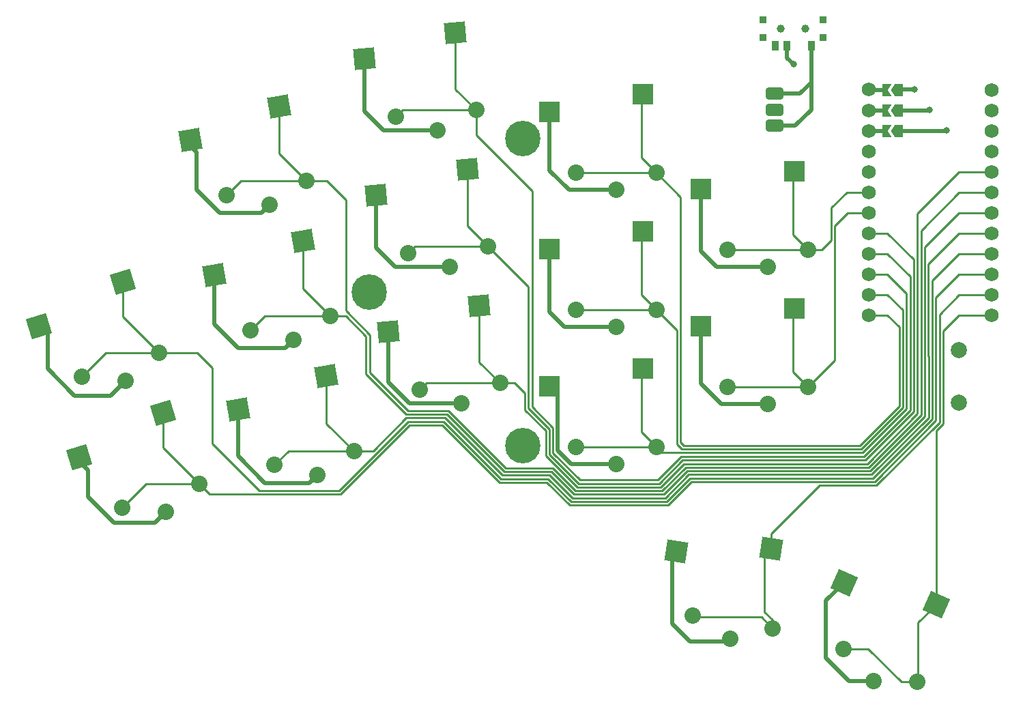
<source format=gtl>
%TF.GenerationSoftware,KiCad,Pcbnew,(6.0.4)*%
%TF.CreationDate,2022-05-21T21:26:49+02:00*%
%TF.ProjectId,battoota,62617474-6f6f-4746-912e-6b696361645f,v1.0.0*%
%TF.SameCoordinates,Original*%
%TF.FileFunction,Copper,L1,Top*%
%TF.FilePolarity,Positive*%
%FSLAX46Y46*%
G04 Gerber Fmt 4.6, Leading zero omitted, Abs format (unit mm)*
G04 Created by KiCad (PCBNEW (6.0.4)) date 2022-05-21 21:26:49*
%MOMM*%
%LPD*%
G01*
G04 APERTURE LIST*
G04 Aperture macros list*
%AMRoundRect*
0 Rectangle with rounded corners*
0 $1 Rounding radius*
0 $2 $3 $4 $5 $6 $7 $8 $9 X,Y pos of 4 corners*
0 Add a 4 corners polygon primitive as box body*
4,1,4,$2,$3,$4,$5,$6,$7,$8,$9,$2,$3,0*
0 Add four circle primitives for the rounded corners*
1,1,$1+$1,$2,$3*
1,1,$1+$1,$4,$5*
1,1,$1+$1,$6,$7*
1,1,$1+$1,$8,$9*
0 Add four rect primitives between the rounded corners*
20,1,$1+$1,$2,$3,$4,$5,0*
20,1,$1+$1,$4,$5,$6,$7,0*
20,1,$1+$1,$6,$7,$8,$9,0*
20,1,$1+$1,$8,$9,$2,$3,0*%
%AMRotRect*
0 Rectangle, with rotation*
0 The origin of the aperture is its center*
0 $1 length*
0 $2 width*
0 $3 Rotation angle, in degrees counterclockwise*
0 Add horizontal line*
21,1,$1,$2,0,0,$3*%
%AMFreePoly0*
4,1,6,0.500000,-0.750000,-0.650000,-0.750000,-0.150000,0.000000,-0.650000,0.750000,0.500000,0.750000,0.500000,-0.750000,0.500000,-0.750000,$1*%
%AMFreePoly1*
4,1,6,1.000000,0.000000,0.500000,-0.750000,-0.500000,-0.750000,-0.500000,0.750000,0.500000,0.750000,1.000000,0.000000,1.000000,0.000000,$1*%
G04 Aperture macros list end*
%TA.AperFunction,ComponentPad*%
%ADD10C,2.000000*%
%TD*%
%TA.AperFunction,SMDPad,CuDef*%
%ADD11RotRect,2.600000X2.600000X10.000000*%
%TD*%
%TA.AperFunction,ComponentPad*%
%ADD12C,2.032000*%
%TD*%
%TA.AperFunction,SMDPad,CuDef*%
%ADD13RotRect,2.600000X2.600000X5.000000*%
%TD*%
%TA.AperFunction,SMDPad,CuDef*%
%ADD14R,2.600000X2.600000*%
%TD*%
%TA.AperFunction,SMDPad,CuDef*%
%ADD15R,0.900000X0.900000*%
%TD*%
%TA.AperFunction,SMDPad,CuDef*%
%ADD16R,0.900000X1.250000*%
%TD*%
%TA.AperFunction,WasherPad*%
%ADD17C,1.000000*%
%TD*%
%TA.AperFunction,SMDPad,CuDef*%
%ADD18RotRect,2.600000X2.600000X336.000000*%
%TD*%
%TA.AperFunction,ComponentPad*%
%ADD19RoundRect,0.375000X-0.750000X0.375000X-0.750000X-0.375000X0.750000X-0.375000X0.750000X0.375000X0*%
%TD*%
%TA.AperFunction,SMDPad,CuDef*%
%ADD20RotRect,2.600000X2.600000X17.000000*%
%TD*%
%TA.AperFunction,SMDPad,CuDef*%
%ADD21RotRect,2.600000X2.600000X351.000000*%
%TD*%
%TA.AperFunction,ComponentPad*%
%ADD22C,1.752600*%
%TD*%
%TA.AperFunction,SMDPad,CuDef*%
%ADD23FreePoly0,180.000000*%
%TD*%
%TA.AperFunction,SMDPad,CuDef*%
%ADD24R,1.524000X0.500000*%
%TD*%
%TA.AperFunction,SMDPad,CuDef*%
%ADD25FreePoly1,180.000000*%
%TD*%
%TA.AperFunction,ComponentPad*%
%ADD26C,4.400000*%
%TD*%
%TA.AperFunction,ViaPad*%
%ADD27C,0.800000*%
%TD*%
%TA.AperFunction,Conductor*%
%ADD28C,0.250000*%
%TD*%
%TA.AperFunction,Conductor*%
%ADD29C,0.500000*%
%TD*%
G04 APERTURE END LIST*
D10*
%TO.P,B1,1*%
%TO.N,RST*%
X157969791Y80873254D03*
%TO.P,B1,2*%
%TO.N,GND*%
X157969791Y74373254D03*
%TD*%
D11*
%TO.P,S11,1*%
%TO.N,P3*%
X73579149Y111173371D03*
%TO.P,S11,2*%
%TO.N,GND*%
X62586645Y107001157D03*
%TD*%
D12*
%TO.P,S34,1*%
%TO.N,P9*%
X143601464Y43800464D03*
X152736919Y39733098D03*
%TO.P,S34,2*%
%TO.N,GND*%
X147315045Y39848336D03*
X147315045Y39848336D03*
%TD*%
D13*
%TO.P,S15,1*%
%TO.N,P18*%
X96965604Y103326961D03*
%TO.P,S15,2*%
%TO.N,GND*%
X85651298Y100128683D03*
%TD*%
D14*
%TO.P,S21,1*%
%TO.N,P16*%
X118686087Y95636017D03*
%TO.P,S21,2*%
%TO.N,GND*%
X107136087Y93436017D03*
%TD*%
D12*
%TO.P,S8,1*%
%TO.N,P5*%
X73026972Y66651093D03*
X82875050Y68387574D03*
%TO.P,S8,2*%
%TO.N,GND*%
X78315672Y65451237D03*
X78315672Y65451237D03*
%TD*%
D15*
%TO.P,T1,*%
%TO.N,*%
X141068406Y119651838D03*
X133668406Y121851838D03*
X141068406Y121851838D03*
X133668406Y119651838D03*
D16*
%TO.P,T1,1*%
%TO.N,Braw*%
X139618406Y118676838D03*
%TO.P,T1,2*%
%TO.N,RAW*%
X136618406Y118676838D03*
%TO.P,T1,3*%
%TO.N,N/C*%
X135118406Y118676838D03*
%TD*%
D17*
%TO.P,T2,*%
%TO.N,*%
X135868406Y120751838D03*
X138868406Y120751838D03*
%TD*%
D12*
%TO.P,S14,1*%
%TO.N,P2*%
X91053509Y75957538D03*
X101015456Y76829096D03*
%TO.P,S14,2*%
%TO.N,GND*%
X96217510Y74301308D03*
X96217510Y74301308D03*
%TD*%
%TO.P,S20,1*%
%TO.N,P14*%
X120411087Y68886017D03*
X110411087Y68886017D03*
%TO.P,S20,2*%
%TO.N,GND*%
X115411087Y66786017D03*
X115411087Y66786017D03*
%TD*%
%TO.P,S28,1*%
%TO.N,P19*%
X129218280Y76353254D03*
X139218280Y76353254D03*
%TO.P,S28,2*%
%TO.N,GND*%
X134218280Y74253254D03*
X134218280Y74253254D03*
%TD*%
D14*
%TO.P,S29,1*%
%TO.N,P20*%
X137493280Y103103254D03*
%TO.P,S29,2*%
%TO.N,GND*%
X125943280Y100903254D03*
%TD*%
D18*
%TO.P,S33,1*%
%TO.N,P9*%
X155126735Y49341787D03*
%TO.P,S33,2*%
%TO.N,GND*%
X143680465Y52029795D03*
%TD*%
D11*
%TO.P,S7,1*%
%TO.N,P5*%
X79483187Y77689907D03*
%TO.P,S7,2*%
%TO.N,GND*%
X68490683Y73517693D03*
%TD*%
D19*
%TO.P,PAD1,1*%
%TO.N,Braw*%
X135109791Y108738254D03*
%TO.P,PAD1,2*%
%TO.N,GND*%
X135109791Y110738254D03*
%TO.P,PAD1,3*%
%TO.N,Braw*%
X135109791Y112738254D03*
%TD*%
D20*
%TO.P,S5,1*%
%TO.N,P6*%
X54234545Y89377494D03*
%TO.P,S5,2*%
%TO.N,GND*%
X43832443Y83896730D03*
%TD*%
D14*
%TO.P,S27,1*%
%TO.N,P19*%
X137493280Y86103254D03*
%TO.P,S27,2*%
%TO.N,GND*%
X125943280Y83903254D03*
%TD*%
D11*
%TO.P,S9,1*%
%TO.N,P4*%
X76531168Y94431639D03*
%TO.P,S9,2*%
%TO.N,GND*%
X65538664Y90259425D03*
%TD*%
D12*
%TO.P,S16,1*%
%TO.N,P18*%
X99533808Y93764406D03*
X89571861Y92892848D03*
%TO.P,S16,2*%
%TO.N,GND*%
X94735862Y91236618D03*
X94735862Y91236618D03*
%TD*%
%TO.P,S30,1*%
%TO.N,P20*%
X139218280Y93353254D03*
X129218280Y93353254D03*
%TO.P,S30,2*%
%TO.N,GND*%
X134218280Y91253254D03*
X134218280Y91253254D03*
%TD*%
D13*
%TO.P,S13,1*%
%TO.N,P2*%
X98447252Y86391651D03*
%TO.P,S13,2*%
%TO.N,GND*%
X87132946Y83193373D03*
%TD*%
D12*
%TO.P,S24,1*%
%TO.N,P10*%
X110411087Y102886017D03*
X120411087Y102886017D03*
%TO.P,S24,2*%
%TO.N,GND*%
X115411087Y100786017D03*
X115411087Y100786017D03*
%TD*%
D13*
%TO.P,S17,1*%
%TO.N,P15*%
X95483957Y120262271D03*
%TO.P,S17,2*%
%TO.N,GND*%
X84169651Y117063993D03*
%TD*%
D12*
%TO.P,S4,1*%
%TO.N,P7*%
X54142067Y61376965D03*
X63705114Y64300682D03*
%TO.P,S4,2*%
%TO.N,GND*%
X59537571Y60830584D03*
X59537571Y60830584D03*
%TD*%
%TO.P,S10,1*%
%TO.N,P4*%
X70074953Y83392825D03*
X79923031Y85129306D03*
%TO.P,S10,2*%
%TO.N,GND*%
X75363653Y82192969D03*
X75363653Y82192969D03*
%TD*%
%TO.P,S22,1*%
%TO.N,P16*%
X110411087Y85886017D03*
X120411087Y85886017D03*
%TO.P,S22,2*%
%TO.N,GND*%
X115411087Y83786017D03*
X115411087Y83786017D03*
%TD*%
D21*
%TO.P,S31,1*%
%TO.N,P8*%
X134641582Y56301432D03*
%TO.P,S31,2*%
%TO.N,GND*%
X122889626Y55935335D03*
%TD*%
D22*
%TO.P,MCU1,*%
%TO.N,*%
X161977213Y110643254D03*
D23*
X148993690Y110643254D03*
X148993690Y113183254D03*
D24*
X148068690Y108103254D03*
D22*
X161977213Y108103254D03*
X146737213Y108103254D03*
D24*
X148068690Y113183254D03*
D23*
X148993690Y108103254D03*
D24*
X148068690Y110643254D03*
D22*
X146737213Y113267000D03*
X161977213Y113183254D03*
X146737213Y110643254D03*
D25*
%TO.P,MCU1,1*%
%TO.N,RAW*%
X150443690Y113183254D03*
%TO.P,MCU1,2*%
%TO.N,GND*%
X150443690Y110643254D03*
%TO.P,MCU1,3*%
%TO.N,RST*%
X150443690Y108103254D03*
D22*
%TO.P,MCU1,4*%
%TO.N,N/C*%
X146737213Y105563254D03*
%TO.P,MCU1,5*%
%TO.N,P21*%
X146737213Y103023254D03*
%TO.P,MCU1,6*%
%TO.N,P20*%
X146737213Y100483254D03*
%TO.P,MCU1,7*%
%TO.N,P19*%
X146737213Y97943254D03*
%TO.P,MCU1,8*%
%TO.N,P18*%
X146737213Y95403254D03*
%TO.P,MCU1,9*%
%TO.N,P15*%
X146737213Y92863254D03*
%TO.P,MCU1,10*%
%TO.N,P14*%
X146737213Y90323254D03*
%TO.P,MCU1,11*%
%TO.N,P16*%
X146737213Y87783254D03*
%TO.P,MCU1,12*%
%TO.N,P10*%
X146737213Y85243254D03*
%TO.P,MCU1,16*%
%TO.N,N/C*%
X161977213Y105563254D03*
%TO.P,MCU1,17*%
%TO.N,P2*%
X161977213Y103023254D03*
%TO.P,MCU1,18*%
%TO.N,P3*%
X161977213Y100483254D03*
%TO.P,MCU1,19*%
%TO.N,P4*%
X161977213Y97943254D03*
%TO.P,MCU1,20*%
%TO.N,P5*%
X161977213Y95403254D03*
%TO.P,MCU1,21*%
%TO.N,P6*%
X161977213Y92863254D03*
%TO.P,MCU1,22*%
%TO.N,P7*%
X161977213Y90323254D03*
%TO.P,MCU1,23*%
%TO.N,P8*%
X161977213Y87783254D03*
%TO.P,MCU1,24*%
%TO.N,P9*%
X161977213Y85243254D03*
%TD*%
D20*
%TO.P,S3,1*%
%TO.N,P7*%
X59204864Y73120313D03*
%TO.P,S3,2*%
%TO.N,GND*%
X48802762Y67639549D03*
%TD*%
D12*
%TO.P,S32,1*%
%TO.N,P8*%
X134820109Y46401621D03*
X124943225Y47965966D03*
%TO.P,S32,2*%
%TO.N,GND*%
X129553155Y45109648D03*
X129553155Y45109648D03*
%TD*%
D26*
%TO.P,REF\u002A\u002A,1*%
%TO.N,N/C*%
X84747220Y88141427D03*
X103797220Y69091427D03*
X103797220Y107191427D03*
%TD*%
D12*
%TO.P,S12,1*%
%TO.N,P3*%
X76971012Y101871038D03*
X67122934Y100134557D03*
%TO.P,S12,2*%
%TO.N,GND*%
X72411634Y98934701D03*
X72411634Y98934701D03*
%TD*%
D14*
%TO.P,S23,1*%
%TO.N,P10*%
X118686087Y112636017D03*
%TO.P,S23,2*%
%TO.N,GND*%
X107136087Y110436017D03*
%TD*%
D12*
%TO.P,S6,1*%
%TO.N,P6*%
X49171748Y77634146D03*
X58734795Y80557863D03*
%TO.P,S6,2*%
%TO.N,GND*%
X54567252Y77087765D03*
X54567252Y77087765D03*
%TD*%
D14*
%TO.P,S19,1*%
%TO.N,P14*%
X118686087Y78636017D03*
%TO.P,S19,2*%
%TO.N,GND*%
X107136087Y76436017D03*
%TD*%
D12*
%TO.P,S18,1*%
%TO.N,P15*%
X88090214Y109828158D03*
X98052161Y110699716D03*
%TO.P,S18,2*%
%TO.N,GND*%
X93254215Y108171928D03*
X93254215Y108171928D03*
%TD*%
D27*
%TO.N,GND*%
X154304587Y110691138D03*
%TO.N,RAW*%
X152400000Y113253855D03*
X137420433Y116364539D03*
%TO.N,RST*%
X156389782Y108147058D03*
%TD*%
D28*
%TO.N,P6*%
X147293059Y65010791D02*
X124592825Y65010791D01*
X124592825Y65010791D02*
X121686138Y62104105D01*
X58734795Y80557863D02*
X52095465Y80557863D01*
X54234545Y89377494D02*
X54234545Y85058113D01*
X52095465Y80557863D02*
X49171748Y77634146D01*
X109813673Y62104105D02*
X106982862Y64934916D01*
X121686138Y62104105D02*
X109813673Y62104105D01*
X54234545Y85058113D02*
X58734795Y80557863D01*
X63479549Y80557863D02*
X58734795Y80557863D01*
X161977213Y92863254D02*
X157969791Y92863254D01*
X154628374Y72346106D02*
X147293059Y65010791D01*
X106982862Y64934916D02*
X101130724Y64934916D01*
X154628374Y89521837D02*
X154628374Y72346106D01*
X81024544Y63500000D02*
X71120000Y63500000D01*
X157969791Y92863254D02*
X154628374Y89521837D01*
X101130724Y64934916D02*
X94028116Y72037521D01*
X71120000Y63500000D02*
X65297412Y69322588D01*
X94028116Y72037521D02*
X89562066Y72037521D01*
X65297412Y78740000D02*
X63479549Y80557863D01*
X65297412Y69322588D02*
X65297412Y78740000D01*
X89562066Y72037521D02*
X81024544Y63500000D01*
D29*
%TO.N,GND*%
X122409791Y55455499D02*
X122889627Y55935335D01*
X141459791Y49809121D02*
X143680465Y52029795D01*
X108153560Y75418544D02*
X107136087Y76436017D01*
X63384822Y105421809D02*
X62586645Y106219986D01*
X96217510Y74301308D02*
X89760656Y74301308D01*
X134218280Y91253254D02*
X127851901Y91253254D01*
X63384822Y100802250D02*
X63384822Y105421809D01*
X128490798Y74253254D02*
X125943280Y76800772D01*
X75363653Y82192969D02*
X74347654Y81176970D01*
X115411087Y66786017D02*
X109815760Y66786017D01*
X125943280Y93161875D02*
X125943280Y100903254D01*
X108153560Y68448217D02*
X108153560Y75418544D01*
X62586645Y106219986D02*
X62586645Y107001157D01*
X66268370Y97918702D02*
X63384822Y100802250D01*
X74347654Y81176970D02*
X68485407Y81176970D01*
X71813295Y64435238D02*
X68490683Y67757850D01*
X141459791Y42698254D02*
X141459791Y49809121D01*
X89760656Y74301308D02*
X87132946Y76929018D01*
X109815760Y66786017D02*
X108153560Y68448217D01*
X49917361Y65987885D02*
X48802762Y67102484D01*
X59537571Y60830584D02*
X58196209Y59489222D01*
X77299673Y64435238D02*
X71813295Y64435238D01*
X115411087Y83786017D02*
X108973745Y83786017D01*
X124609447Y44744455D02*
X122409791Y46944111D01*
X78315672Y65451237D02*
X77299673Y64435238D01*
X58196209Y59489222D02*
X53137791Y59489222D01*
X71395635Y97918702D02*
X66268370Y97918702D01*
X53137791Y59489222D02*
X49917361Y62709652D01*
X134218280Y74253254D02*
X128490798Y74253254D01*
X107136087Y103216201D02*
X107136087Y110436017D01*
X86601289Y108171928D02*
X86570217Y108140856D01*
X93254215Y108171928D02*
X86601289Y108171928D01*
X115411087Y100786017D02*
X109566271Y100786017D01*
X68485407Y81176970D02*
X65538664Y84123713D01*
X85651298Y93599163D02*
X85651298Y100128683D01*
X65538664Y84123713D02*
X65538664Y90259425D01*
X48802762Y67102484D02*
X48802762Y67639549D01*
X147315045Y39848335D02*
X144309710Y39848335D01*
X154256703Y110643254D02*
X150443690Y110643254D01*
X122409791Y46944111D02*
X122409791Y55455499D01*
X108153560Y76015027D02*
X107136087Y77032500D01*
X109566271Y100786017D02*
X107136087Y103216201D01*
X94735862Y91236618D02*
X88013843Y91236618D01*
X48232895Y75218284D02*
X44864298Y78586881D01*
X87132946Y76929018D02*
X87132946Y83193373D01*
X129187964Y44744455D02*
X124609447Y44744455D01*
X88013843Y91236618D02*
X85651298Y93599163D01*
X108973745Y83786017D02*
X107136087Y85623675D01*
X154304587Y110691138D02*
X154256703Y110643254D01*
X127851901Y91253254D02*
X125943280Y93161875D01*
X44864298Y78586881D02*
X44864298Y82864875D01*
X86570217Y108140856D02*
X84169651Y110541422D01*
X144309710Y39848335D02*
X141459791Y42698254D01*
X54567252Y77087765D02*
X52697771Y75218284D01*
X72411634Y98934701D02*
X71395635Y97918702D01*
X68490683Y67757850D02*
X68490683Y73517693D01*
X52697771Y75218284D02*
X48232895Y75218284D01*
X107136087Y85623675D02*
X107136087Y93436017D01*
X44864298Y82864875D02*
X43832443Y83896730D01*
X49917361Y62709652D02*
X49917361Y65987885D01*
X129553156Y45109647D02*
X129187964Y44744455D01*
X125943280Y76800772D02*
X125943280Y83903254D01*
X84169651Y110541422D02*
X84169651Y117063993D01*
D28*
%TO.N,P5*%
X154178854Y72532303D02*
X154178854Y80140845D01*
X154159791Y80159908D02*
X154159791Y91593254D01*
X82875050Y68387574D02*
X85276400Y68387574D01*
X109999871Y62553625D02*
X121499941Y62553625D01*
X94214315Y72487041D02*
X101316920Y65384436D01*
X79483187Y71779437D02*
X82875050Y68387574D01*
X107169060Y65384436D02*
X109999871Y62553625D01*
X89375867Y72487041D02*
X94214315Y72487041D01*
X157969791Y95403254D02*
X161977213Y95403254D01*
X82875050Y68387574D02*
X74763453Y68387574D01*
X79483187Y77689907D02*
X79483187Y71779437D01*
X124406628Y65460311D02*
X147106862Y65460311D01*
X74763453Y68387574D02*
X73026972Y66651093D01*
X147106862Y65460311D02*
X154178854Y72532303D01*
X121499941Y62553625D02*
X124406628Y65460311D01*
X85276400Y68387574D02*
X89375867Y72487041D01*
X101316920Y65384436D02*
X107169060Y65384436D01*
X154159791Y91593254D02*
X157969791Y95403254D01*
X154178854Y80140845D02*
X154159791Y80159908D01*
%TO.N,P4*%
X76531168Y88521169D02*
X79923031Y85129306D01*
X157969791Y97943254D02*
X161977213Y97943254D01*
X76531168Y94431639D02*
X76531168Y88521169D01*
X101503117Y65833956D02*
X107355257Y65833956D01*
X153698572Y72687741D02*
X153698572Y93672035D01*
X124220427Y65909831D02*
X146920664Y65909831D01*
X94400512Y72936561D02*
X101503117Y65833956D01*
X110186071Y63003145D02*
X121313741Y63003145D01*
X89382986Y72936561D02*
X94400512Y72936561D01*
X84386480Y82617802D02*
X84386480Y77933067D01*
X121313741Y63003145D02*
X124220427Y65909831D01*
X79923031Y85129306D02*
X71811434Y85129306D01*
X107355257Y65833956D02*
X110186071Y63003145D01*
X79923031Y85129306D02*
X81874976Y85129306D01*
X84386480Y77933067D02*
X89382986Y72936561D01*
X146920664Y65909831D02*
X153698572Y72687741D01*
X71811434Y85129306D02*
X70074953Y83392825D01*
X81874976Y85129306D02*
X84386480Y82617802D01*
X153698572Y93672035D02*
X157969791Y97943254D01*
%TO.N,P3*%
X68859415Y101871038D02*
X67122934Y100134557D01*
X81858703Y99573497D02*
X81858703Y85781297D01*
X146734466Y66359351D02*
X153249052Y72873938D01*
X101689314Y66283476D02*
X107541455Y66283476D01*
X153249052Y95762515D02*
X157969791Y100483254D01*
X124034230Y66359351D02*
X146734466Y66359351D01*
X73579149Y111173371D02*
X73579149Y105262901D01*
X79561162Y101871038D02*
X81858703Y99573497D01*
X76971012Y101871038D02*
X79561162Y101871038D01*
X107541455Y66283476D02*
X110372268Y63452665D01*
X84836000Y78119265D02*
X89569184Y73386081D01*
X157969791Y100483254D02*
X161977213Y100483254D01*
X89569184Y73386081D02*
X94586709Y73386081D01*
X76971012Y101871038D02*
X68859415Y101871038D01*
X153249052Y72873938D02*
X153249052Y95762515D01*
X84836000Y82804000D02*
X84836000Y78119265D01*
X81858703Y85781297D02*
X84836000Y82804000D01*
X73579149Y105262901D02*
X76971012Y101871038D01*
X94586709Y73386081D02*
X101689314Y66283476D01*
X121127543Y63452665D02*
X124034230Y66359351D01*
X110372268Y63452665D02*
X121127543Y63452665D01*
%TO.N,P2*%
X91925067Y76829096D02*
X91053509Y75957538D01*
X157969791Y103023254D02*
X161977213Y103023254D01*
X101015456Y76829096D02*
X98447252Y79397300D01*
X98447252Y79397300D02*
X98447252Y86391651D01*
X152799532Y73060135D02*
X152799532Y97852995D01*
X102844128Y76829096D02*
X104079160Y75594064D01*
X104079160Y73484347D02*
X106680000Y70883507D01*
X106680000Y70883507D02*
X106680001Y67780648D01*
X120941347Y63902185D02*
X123848033Y66808871D01*
X104079160Y75594064D02*
X104079160Y73484347D01*
X106680001Y67780648D02*
X110558465Y63902185D01*
X101015456Y76829096D02*
X91925067Y76829096D01*
X101015456Y76829096D02*
X102844128Y76829096D01*
X152799532Y97852995D02*
X157969791Y103023254D01*
X110558465Y63902185D02*
X120941347Y63902185D01*
X123848033Y66808871D02*
X146548268Y66808871D01*
X146548268Y66808871D02*
X152799532Y73060135D01*
%TO.N,P18*%
X149079791Y95403254D02*
X146737213Y95403254D01*
X146362070Y67258391D02*
X152350012Y73246333D01*
X99533808Y93764406D02*
X90443419Y93764406D01*
X96965604Y96332610D02*
X99533808Y93764406D01*
X104528680Y88769534D02*
X104528680Y73670546D01*
X110744662Y64351705D02*
X120755149Y64351705D01*
X152350012Y92133033D02*
X149079791Y95403254D01*
X120755149Y64351705D02*
X123661836Y67258391D01*
X96965604Y103326961D02*
X96965604Y96332610D01*
X107129520Y71069705D02*
X107129520Y67966846D01*
X123661836Y67258391D02*
X146362070Y67258391D01*
X107392843Y67703524D02*
X110744662Y64351705D01*
X107129520Y67966846D02*
X107392843Y67703524D01*
X90443419Y93764406D02*
X89571861Y92892848D01*
X104528680Y73670546D02*
X107129520Y71069705D01*
X99533808Y93764406D02*
X104528680Y88769534D01*
X152350012Y73246333D02*
X152350012Y92133033D01*
%TO.N,P15*%
X104978200Y100615750D02*
X104978200Y73856744D01*
X151900492Y90042553D02*
X149079791Y92863254D01*
X107579040Y71255902D02*
X107579040Y68153044D01*
X95483957Y120262271D02*
X95483957Y113267920D01*
X110930859Y64801225D02*
X120568951Y64801225D01*
X104978200Y73856744D02*
X107579040Y71255902D01*
X107579040Y68153044D02*
X110930859Y64801225D01*
X151900492Y73432531D02*
X151900492Y90042553D01*
X98052161Y110699716D02*
X98052161Y107541789D01*
X88961772Y110699716D02*
X88090214Y109828158D01*
X149079791Y92863254D02*
X146737213Y92863254D01*
X146175872Y67707911D02*
X151900492Y73432531D01*
X123475639Y67707911D02*
X146175872Y67707911D01*
X98052161Y110699716D02*
X88961772Y110699716D01*
X95483957Y113267920D02*
X98052161Y110699716D01*
X98052161Y107541789D02*
X104978200Y100615750D01*
X120568951Y64801225D02*
X123475639Y67707911D01*
%TO.N,P14*%
X120411087Y68886017D02*
X110411087Y68886017D01*
X118536566Y78486496D02*
X118536566Y70760538D01*
X149079791Y90323254D02*
X151450972Y87952073D01*
X121128314Y68168790D02*
X120411087Y68886017D01*
X118536566Y70760538D02*
X120411087Y68886017D01*
X146001033Y68168790D02*
X121128314Y68168790D01*
X151450972Y73618729D02*
X146001033Y68168790D01*
X146737213Y90323254D02*
X149079791Y90323254D01*
X151450972Y87952073D02*
X151450972Y73618729D01*
X118686087Y78636017D02*
X118536566Y78486496D01*
%TO.N,P16*%
X118536566Y87760538D02*
X120411087Y85886017D01*
X120411087Y85886017D02*
X122966194Y83330910D01*
X110411087Y85886017D02*
X120411087Y85886017D01*
X122966194Y83330910D02*
X122966194Y69188523D01*
X123536407Y68618310D02*
X145814835Y68618310D01*
X118536566Y95486496D02*
X118536566Y87760538D01*
X149079791Y87783254D02*
X146737213Y87783254D01*
X151001452Y73804926D02*
X151001452Y85861593D01*
X122966194Y69188523D02*
X123536407Y68618310D01*
X145814835Y68618310D02*
X151001452Y73804926D01*
X118686087Y95636017D02*
X118536566Y95486496D01*
X151001452Y85861593D02*
X149079791Y87783254D01*
%TO.N,P10*%
X150551932Y83771113D02*
X149079791Y85243254D01*
X118536566Y112486496D02*
X118536566Y104760538D01*
X150551932Y73991124D02*
X150551932Y83771113D01*
X120411087Y102886017D02*
X123415714Y99881390D01*
X120411087Y102886017D02*
X110411087Y102886017D01*
X123415714Y69445978D02*
X123793862Y69067830D01*
X118686087Y112636017D02*
X118536566Y112486496D01*
X123415714Y99881390D02*
X123415714Y69445978D01*
X149079791Y85243254D02*
X146737213Y85243254D01*
X145628638Y69067830D02*
X150551932Y73991124D01*
X123793862Y69067830D02*
X145628638Y69067830D01*
X118536566Y104760538D02*
X120411087Y102886017D01*
%TO.N,P19*%
X142540891Y96335636D02*
X144148509Y97943254D01*
X137343759Y78227775D02*
X137343759Y85953733D01*
X139218280Y76353254D02*
X137343759Y78227775D01*
X137343759Y85953733D02*
X137493280Y86103254D01*
X142540891Y79675865D02*
X142540891Y96335636D01*
X139218280Y76353254D02*
X142540891Y79675865D01*
X144148509Y97943254D02*
X146737213Y97943254D01*
X129218280Y76353254D02*
X139218280Y76353254D01*
%TO.N,P20*%
X142091371Y94516076D02*
X142091371Y98564834D01*
X142091371Y98564834D02*
X144009791Y100483254D01*
X137343759Y95227775D02*
X137343759Y102953733D01*
X137343759Y102953733D02*
X137493280Y103103254D01*
X139218280Y93353254D02*
X137343759Y95227775D01*
X144009791Y100483254D02*
X146737213Y100483254D01*
X140928549Y93353254D02*
X142091371Y94516076D01*
X129218280Y93353254D02*
X139218280Y93353254D01*
X139218280Y93353254D02*
X140928549Y93353254D01*
%TO.N,P7*%
X124779023Y64561271D02*
X121872335Y61654585D01*
X64955316Y63050480D02*
X63705114Y64300682D01*
X81210741Y63050480D02*
X64955316Y63050480D01*
X161977213Y90323254D02*
X157969791Y90323254D01*
X59204864Y68800932D02*
X63705114Y64300682D01*
X100944526Y64485396D02*
X93841919Y71588001D01*
X106796665Y64485396D02*
X100944526Y64485396D01*
X155077894Y72159908D02*
X147479256Y64561271D01*
X89748263Y71588001D02*
X81210741Y63050480D01*
X157969791Y90323254D02*
X155077894Y87431357D01*
X155077894Y87431357D02*
X155077894Y72159908D01*
X63705114Y64300682D02*
X57065784Y64300682D01*
X109627476Y61654585D02*
X106796665Y64485396D01*
X147479256Y64561271D02*
X124779023Y64561271D01*
X57065784Y64300682D02*
X54142067Y61376965D01*
X93841919Y71588001D02*
X89748263Y71588001D01*
X121872335Y61654585D02*
X109627476Y61654585D01*
X59204864Y73120313D02*
X59204864Y68800932D01*
%TO.N,P8*%
X134820109Y47432936D02*
X134820109Y46401621D01*
X133839791Y48413254D02*
X134820109Y47432936D01*
X161977213Y87783254D02*
X157969791Y87783254D01*
X125130937Y47778254D02*
X124943226Y47965965D01*
X155527414Y71973710D02*
X147665453Y64111751D01*
X147665453Y64111751D02*
X140648288Y64111751D01*
X134820109Y46401621D02*
X133443476Y47778254D01*
X140648288Y64111751D02*
X134641582Y58105045D01*
X133443476Y47778254D02*
X125130937Y47778254D01*
X134641583Y56301431D02*
X133839791Y55499639D01*
X133839791Y55499639D02*
X133839791Y48413254D01*
X134641582Y58105045D02*
X134641582Y56301432D01*
X155527414Y85340877D02*
X155527414Y71973710D01*
X157969791Y87783254D02*
X155527414Y85340877D01*
%TO.N,P9*%
X157969791Y85243254D02*
X155976934Y83250397D01*
X155976934Y83250397D02*
X155976934Y71787512D01*
X155126735Y49341787D02*
X152889791Y47104843D01*
X161977213Y85243254D02*
X157969791Y85243254D01*
X152889791Y39885970D02*
X152736919Y39733098D01*
X155126735Y70937314D02*
X155126735Y49341787D01*
X150774947Y39733098D02*
X146707581Y43800464D01*
X152736919Y39733098D02*
X150774947Y39733098D01*
X146707581Y43800464D02*
X143601465Y43800464D01*
X152889791Y47104843D02*
X152889791Y39885970D01*
X155976934Y71787512D02*
X155126735Y70937314D01*
D29*
%TO.N,RAW*%
X152372041Y113225896D02*
X150419502Y113225896D01*
X136618406Y117166566D02*
X137420433Y116364539D01*
X152400000Y113253855D02*
X152372041Y113225896D01*
X136618406Y118676838D02*
X136618406Y117166566D01*
%TO.N,RST*%
X150466332Y108125896D02*
X150443690Y108103254D01*
X156389782Y108147058D02*
X156368620Y108125896D01*
X156368620Y108125896D02*
X150466332Y108125896D01*
%TO.N,Braw*%
X138231091Y112738254D02*
X135109791Y112738254D01*
X137649791Y108738254D02*
X135109791Y108738254D01*
X139618406Y110706869D02*
X137649791Y108738254D01*
X139618406Y114125569D02*
X138231091Y112738254D01*
X139618406Y118676838D02*
X139618406Y114125569D01*
X139618406Y118676838D02*
X139618406Y110706869D01*
%TD*%
M02*

</source>
